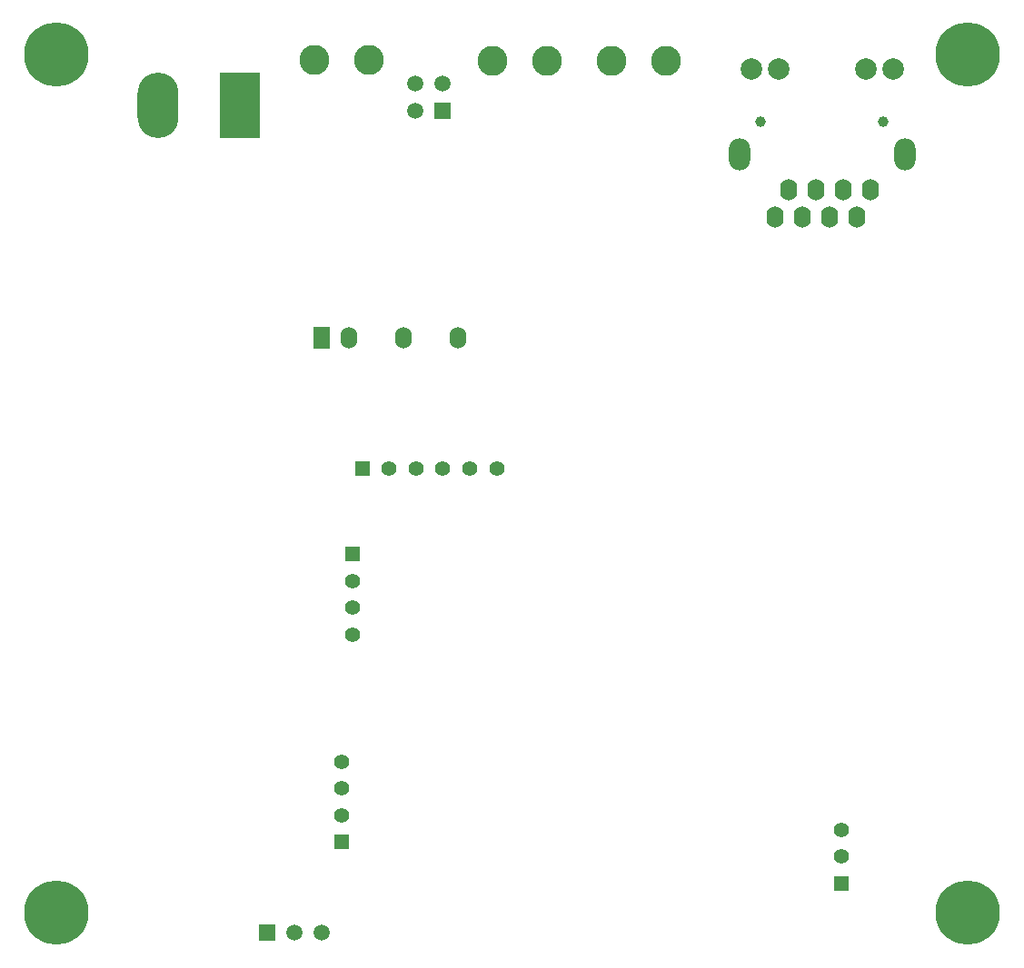
<source format=gbr>
%TF.GenerationSoftware,Altium Limited,Altium Designer,23.0.1 (38)*%
G04 Layer_Color=255*
%FSLAX45Y45*%
%MOMM*%
%TF.SameCoordinates,E0F799D9-27B4-45C1-BD14-B3F5E9977550*%
%TF.FilePolarity,Positive*%
%TF.FileFunction,Pads,Bot*%
%TF.Part,Single*%
G01*
G75*
%TA.AperFunction,ComponentPad*%
%ADD48O,1.60000X2.00000*%
%ADD49C,2.00000*%
%ADD50O,2.00000X3.00000*%
%ADD51C,1.00000*%
%ADD52C,1.40000*%
%ADD53R,1.40000X1.40000*%
%ADD54R,3.81000X6.09600*%
%ADD55O,3.81000X6.09600*%
%ADD56C,2.79400*%
%ADD57C,1.50000*%
%ADD58R,1.50000X1.50000*%
%ADD59R,1.52400X2.03200*%
%ADD60O,1.52400X2.03200*%
%ADD61R,1.40000X1.40000*%
%TA.AperFunction,ViaPad*%
%ADD62C,6.00000*%
D48*
X8095000Y7214998D02*
D03*
X7841000D02*
D03*
X7587000D02*
D03*
X7333000D02*
D03*
X7206000Y6960998D02*
D03*
X7460000D02*
D03*
X7968000D02*
D03*
X7714000D02*
D03*
D49*
X8312500Y8340000D02*
D03*
X8058500D02*
D03*
X7241504D02*
D03*
X6987504D02*
D03*
D50*
X6875500Y7545000D02*
D03*
X8424504D02*
D03*
D51*
X7078502Y7849998D02*
D03*
X8221502D02*
D03*
D52*
X7830002Y1250000D02*
D03*
Y999998D02*
D03*
X4615002Y4617502D02*
D03*
X4365000D02*
D03*
X4114998D02*
D03*
X3865001D02*
D03*
X3614999D02*
D03*
X3272500Y3570000D02*
D03*
Y3319998D02*
D03*
Y3070001D02*
D03*
X3167497Y1385001D02*
D03*
Y1634998D02*
D03*
Y1885000D02*
D03*
D53*
X7830002Y750001D02*
D03*
X3272500Y3820003D02*
D03*
X3167497Y1134999D02*
D03*
D54*
X2226153Y7999999D02*
D03*
D55*
X1464153D02*
D03*
D56*
X2917002Y8427502D02*
D03*
X3425002D02*
D03*
X5687289Y8419998D02*
D03*
X6195289D02*
D03*
X5087498D02*
D03*
X4579498D02*
D03*
D57*
X3856000Y7956000D02*
D03*
X4110000Y8210000D02*
D03*
X3856000D02*
D03*
X2984002Y290002D02*
D03*
X2730002D02*
D03*
D58*
X4110000Y7956000D02*
D03*
X2476002Y290002D02*
D03*
D59*
X2987502Y5837499D02*
D03*
D60*
X3241502D02*
D03*
X3749502D02*
D03*
X4257502D02*
D03*
D61*
X3365002Y4617502D02*
D03*
D62*
X9005001Y8475000D02*
D03*
Y475839D02*
D03*
X515000D02*
D03*
Y8475000D02*
D03*
%TF.MD5,2eca5f22175deeaf0d70c9f26cacc7e7*%
M02*

</source>
